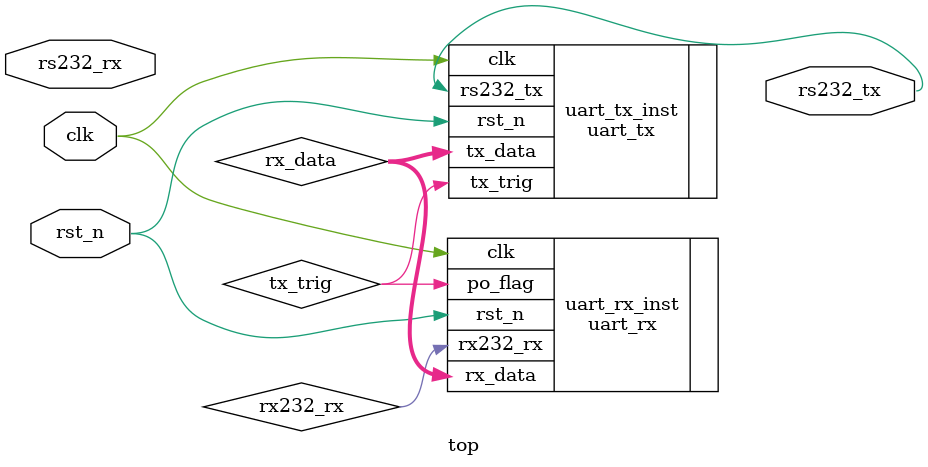
<source format=v>
module top(
	input	    	clk 	    ,
	input		    rst_n	    ,
	
	input		    rs232_rx    ,
	output	 wire	rs232_tx	
);

wire 	[ 7:0]   	rx_data		;
wire 			   	tx_trig     ;

 uart_rx uart_rx_inst(
	   .clk			    (clk		),
	   .rst_n		    (rst_n	),
	   .rx232_rx	    (rx232_rx),
	   .rx_data	       (rx_data	 ),
	   .po_flag        (tx_trig  )

);
 uart_tx  uart_tx_inst(
	.clk		   (clk	),
	.rst_n		(rst_n	),
				 		
	.rs232_tx	(rs232_tx),
				 		
	.tx_trig	   (tx_trig),
	.tx_data	   (rx_data)
);



endmodule

</source>
